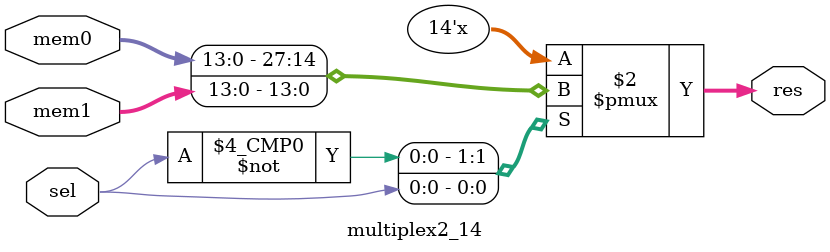
<source format=v>
module multiplex2_14 (input sel, input [13:0] mem0,  input [13:0] mem1, output reg [13:0] res);

always @(sel or mem0 or mem1) begin
case (sel)
0:
res = mem0;
1:
res = mem1;
endcase
end
endmodule

</source>
